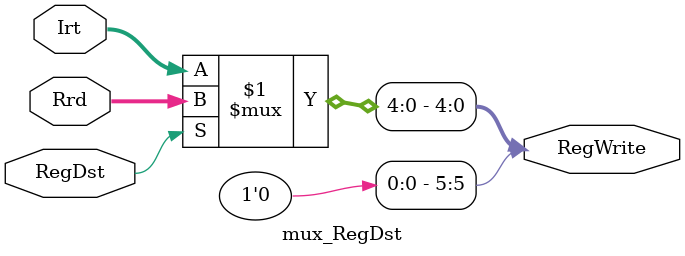
<source format=v>
module mux_RegDst(Rrd,Irt,RegDst,RegWrite);

    input [15:11] Rrd; //Rs of R-type Instruction
    input [20:16] Irt; //Rt of I-type Instruction
    input RegDst; // Ctrl signal
    output [5:0] RegWrite; // to registers memory

    assign RegWrite=(RegDst)? Rrd:Irt;

endmodule
</source>
